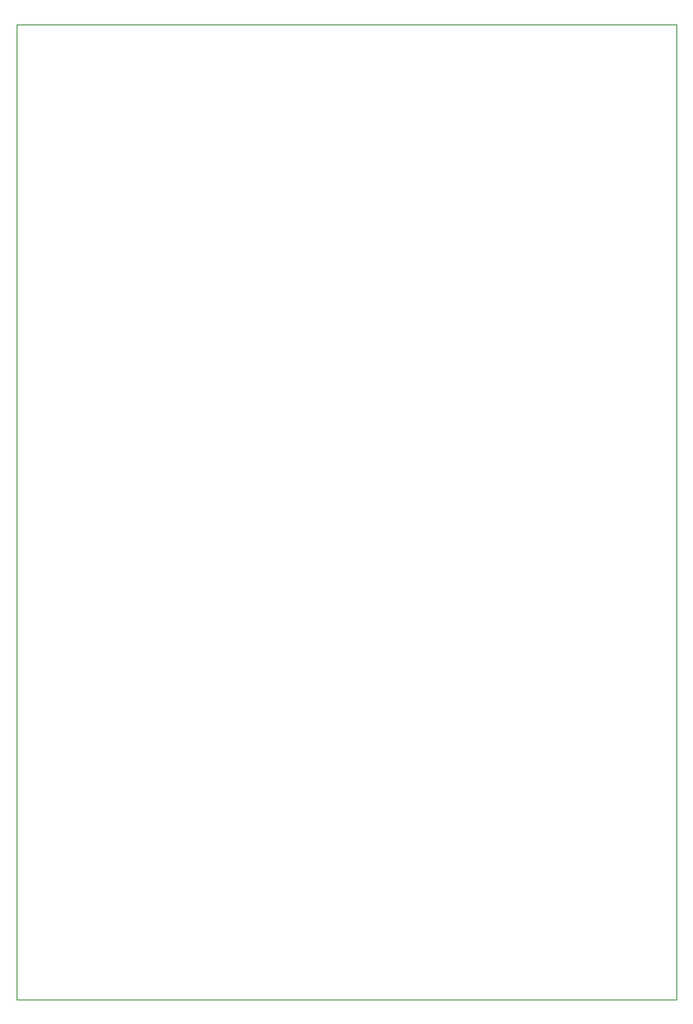
<source format=gbr>
%TF.GenerationSoftware,KiCad,Pcbnew,8.0.6*%
%TF.CreationDate,2024-11-20T20:18:15-05:00*%
%TF.ProjectId,RailsidePDB,5261696c-7369-4646-9550-44422e6b6963,rev?*%
%TF.SameCoordinates,Original*%
%TF.FileFunction,Profile,NP*%
%FSLAX46Y46*%
G04 Gerber Fmt 4.6, Leading zero omitted, Abs format (unit mm)*
G04 Created by KiCad (PCBNEW 8.0.6) date 2024-11-20 20:18:15*
%MOMM*%
%LPD*%
G01*
G04 APERTURE LIST*
%TA.AperFunction,Profile*%
%ADD10C,0.050000*%
%TD*%
G04 APERTURE END LIST*
D10*
X51000000Y-63500000D02*
X115000000Y-63500000D01*
X115000000Y-158000000D01*
X51000000Y-158000000D01*
X51000000Y-63500000D01*
M02*

</source>
